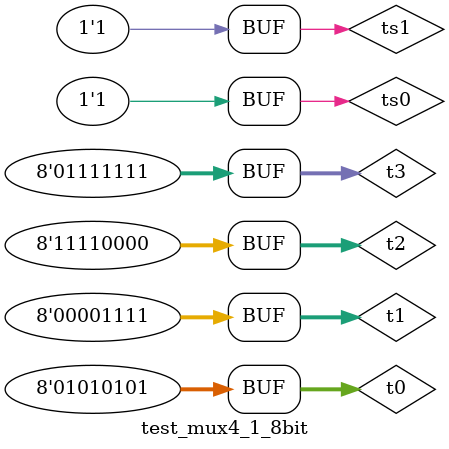
<source format=v>
module Mux4to1(A0,A1,A2,A3,S1,S0,F);
  input A0,A1,A2,A3,S1,S0;
  output F;
  wire w0,w1,w2,w3,w4,w5;
  not (W0,S0);
  not (W1,S1);
  and (W2,W0,W1,A0);
  and (W3,W1,S0,A1);
  and (W4,S1,W0,A2);
  and (W5,S1,S0,A3);
  or (F,W2,W3,W4,W5);
endmodule

module mux4to1_8bit(I0,I1,I2,I3,S1,S0,f);
  input [7:0] I0,I1,I2,I3;
  input S0,S1;
  output [7:0] f;
    
  Mux4to1 mux0(.A3(I3[0]),.A2(I2[0]),.A1(I1[0]),.A0(I0[0]),.S0(S0),.S1(S1),.F(f[0]));
  Mux4to1 mux1(.A3(I3[1]),.A2(I2[1]),.A1(I1[1]),.A0(I0[1]),.S0(S0),.S1(S1),.F(f[1]));
  Mux4to1 mux2(.A3(I3[2]),.A2(I2[2]),.A1(I1[2]),.A0(I0[2]),.S0(S0),.S1(S1),.F(f[2]));
  Mux4to1 mux3(.A3(I3[3]),.A2(I2[3]),.A1(I1[3]),.A0(I0[3]),.S0(S0),.S1(S1),.F(f[3]));
  Mux4to1 mux4(.A3(I3[4]),.A2(I2[4]),.A1(I1[4]),.A0(I0[4]),.S0(S0),.S1(S1),.F(f[4]));
  Mux4to1 mux5(.A3(I3[5]),.A2(I2[5]),.A1(I1[5]),.A0(I0[5]),.S0(S0),.S1(S1),.F(f[5]));
  Mux4to1 mux6(.A3(I3[6]),.A2(I2[6]),.A1(I1[6]),.A0(I0[6]),.S0(S0),.S1(S1),.F(f[6]));
  Mux4to1 mux7(.A3(I3[7]),.A2(I2[7]),.A1(I1[7]),.A0(I0[7]),.S0(S0),.S1(S1),.F(f[7]));
  
endmodule
//_____________________________________testmodule_______________________________________________//


module test_mux4_1_8bit ;
  reg[7:0]t0,t1,t2,t3 ;
  reg ts0,ts1;
  wire[7:0]tf;
  
  mux4to1_8bit mux(.I0(t0),.I1(t1),.I2(t2),.I3(t3),.S1(ts1),.S0(ts0),.f(tf));
  initial begin


  t0=8'b01010101 ; t1=8'b00001111; t2=8'b11110000 ; t3=8'b1111111; ts0=1'b0; ts1=1'b0; 
  #20 
  
  t0=8'b01010101 ; t1=8'b00001111; t2=8'b11110000 ; t3=8'b1111111; ts0=1'b0; ts1=1'b1; 
  #20 
  
  t0=8'b01010101 ; t1=8'b00001111; t2=8'b11110000 ; t3=8'b1111111; ts0=1'b1; ts1=1'b0; 
  #20 
  
  t0=8'b01010101 ; t1=8'b00001111; t2=8'b11110000 ; t3=8'b1111111; ts0=1'b1; ts1=1'b1; 
  
end 
endmodule 
  
  
  
</source>
